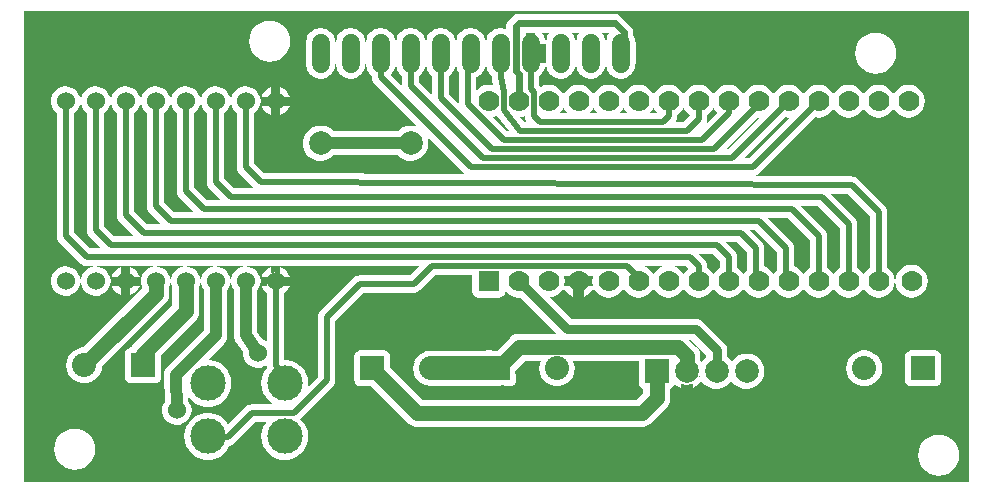
<source format=gtl>
G04 ---------------------------- Layer name :TOP LAYER*
G04 easyEDA 0.1*
G04 Scale: 100 percent, Rotated: No, Reflected: No *
G04 Dimensions in inches *
G04 leading zeros omitted , absolute positions ,2 integer and 4 * 
%FSLAX24Y24*%
%MOIN*%
G90*
G70D02*

%ADD11C,0.039370*%
%ADD12C,0.078740*%
%ADD13C,0.051181*%
%ADD14C,0.031496*%
%ADD15C,0.019685*%
%ADD16C,0.023620*%
%ADD17R,0.070000X0.070000*%
%ADD18C,0.070000*%
%ADD20R,0.080000X0.080000*%
%ADD21C,0.080000*%
%ADD23R,0.078740X0.078740*%
%ADD25C,0.060000*%
%ADD27C,0.118110*%

%LPD*%
G36*
G01X0Y0D02*
G01X0Y15700D01*
G01X31496Y15700D01*
G01X31496Y0D01*
G01X0Y0D01*
G37*

%LPC*%
G36*
G01X1700Y411D02*
G01X1853Y430D01*
G01X1997Y480D01*
G01X2127Y561D01*
G01X2238Y671D01*
G01X2319Y801D01*
G01X2369Y946D01*
G01X2388Y1100D01*
G01X2369Y1253D01*
G01X2319Y1398D01*
G01X2238Y1528D01*
G01X2127Y1638D01*
G01X1997Y1719D01*
G01X1853Y1769D01*
G01X1700Y1788D01*
G01X1546Y1769D01*
G01X1402Y1719D01*
G01X1272Y1638D01*
G01X1161Y1528D01*
G01X1080Y1398D01*
G01X1030Y1253D01*
G01X1011Y1100D01*
G01X1030Y946D01*
G01X1080Y801D01*
G01X1161Y671D01*
G01X1272Y561D01*
G01X1402Y480D01*
G01X1546Y430D01*
G01X1700Y411D01*
G37*
G36*
G01X8200Y14011D02*
G01X8353Y14030D01*
G01X8497Y14080D01*
G01X8627Y14161D01*
G01X8738Y14271D01*
G01X8819Y14401D01*
G01X8869Y14546D01*
G01X8888Y14700D01*
G01X8869Y14853D01*
G01X8819Y14998D01*
G01X8738Y15128D01*
G01X8627Y15238D01*
G01X8497Y15319D01*
G01X8353Y15369D01*
G01X8200Y15388D01*
G01X8046Y15369D01*
G01X7902Y15319D01*
G01X7772Y15238D01*
G01X7661Y15128D01*
G01X7580Y14998D01*
G01X7530Y14853D01*
G01X7511Y14700D01*
G01X7530Y14546D01*
G01X7580Y14401D01*
G01X7661Y14271D01*
G01X7772Y14161D01*
G01X7902Y14080D01*
G01X8046Y14030D01*
G01X8200Y14011D01*
G37*
G36*
G01X28400Y13611D02*
G01X28553Y13630D01*
G01X28697Y13680D01*
G01X28827Y13761D01*
G01X28938Y13871D01*
G01X29019Y14001D01*
G01X29069Y14146D01*
G01X29088Y14300D01*
G01X29069Y14453D01*
G01X29019Y14598D01*
G01X28938Y14728D01*
G01X28827Y14838D01*
G01X28697Y14919D01*
G01X28553Y14969D01*
G01X28400Y14988D01*
G01X28246Y14969D01*
G01X28102Y14919D01*
G01X27972Y14838D01*
G01X27861Y14728D01*
G01X27780Y14598D01*
G01X27730Y14453D01*
G01X27711Y14300D01*
G01X27730Y14146D01*
G01X27780Y14001D01*
G01X27861Y13871D01*
G01X27972Y13761D01*
G01X28102Y13680D01*
G01X28246Y13630D01*
G01X28400Y13611D01*
G37*
G36*
G01X5065Y1905D02*
G01X5200Y1913D01*
G01X5327Y1959D01*
G01X5438Y2038D01*
G01X5523Y2142D01*
G01X5577Y2265D01*
G01X5596Y2400D01*
G01X5577Y2534D01*
G01X5523Y2657D01*
G01X5484Y2707D01*
G01X5477Y2884D01*
G01X5503Y2838D01*
G01X5614Y2715D01*
G01X5746Y2619D01*
G01X5897Y2551D01*
G01X6057Y2517D01*
G01X6222Y2517D01*
G01X6381Y2551D01*
G01X6534Y2619D01*
G01X6665Y2715D01*
G01X6776Y2838D01*
G01X6857Y2980D01*
G01X6907Y3136D01*
G01X6926Y3300D01*
G01X6907Y3463D01*
G01X6857Y3619D01*
G01X6776Y3761D01*
G01X6665Y3884D01*
G01X6534Y3980D01*
G01X6381Y4048D01*
G01X6222Y4082D01*
G01X6135Y4082D01*
G01X6676Y4621D01*
G01X6715Y4669D01*
G01X6750Y4721D01*
G01X6772Y4778D01*
G01X6788Y4838D01*
G01X6792Y4900D01*
G01X6792Y6403D01*
G01X6823Y6442D01*
G01X6877Y6565D01*
G01X6896Y6700D01*
G01X6877Y6834D01*
G01X6823Y6957D01*
G01X6738Y7061D01*
G01X6627Y7140D01*
G01X6500Y7186D01*
G01X6365Y7194D01*
G01X6234Y7167D01*
G01X6114Y7105D01*
G01X6015Y7013D01*
G01X5946Y6898D01*
G01X5907Y6767D01*
G01X5907Y6632D01*
G01X5946Y6501D01*
G01X6007Y6400D01*
G01X6007Y5061D01*
G01X4789Y3846D01*
G01X4747Y3796D01*
G01X4714Y3742D01*
G01X4692Y3682D01*
G01X4677Y3619D01*
G01X4673Y3555D01*
G01X4700Y2686D01*
G01X4646Y2598D01*
G01X4607Y2467D01*
G01X4607Y2332D01*
G01X4646Y2201D01*
G01X4715Y2086D01*
G01X4814Y1994D01*
G01X4934Y1932D01*
G01X5065Y1905D01*
G37*
G36*
G01X9892Y13453D02*
G01X9907Y13453D01*
G01X9922Y13455D01*
G01X9938Y13457D01*
G01X10052Y13480D01*
G01X10065Y13484D01*
G01X10081Y13488D01*
G01X10096Y13494D01*
G01X10123Y13509D01*
G01X10222Y13576D01*
G01X10234Y13584D01*
G01X10246Y13594D01*
G01X10256Y13603D01*
G01X10265Y13615D01*
G01X10273Y13628D01*
G01X10339Y13726D01*
G01X10356Y13753D01*
G01X10361Y13767D01*
G01X10365Y13784D01*
G01X10369Y13798D01*
G01X10392Y13911D01*
G01X10393Y13919D01*
G01X10393Y13928D01*
G01X10396Y13936D01*
G01X10396Y14663D01*
G01X10393Y14671D01*
G01X10393Y14680D01*
G01X10392Y14688D01*
G01X10369Y14801D01*
G01X10365Y14815D01*
G01X10361Y14832D01*
G01X10356Y14846D01*
G01X10339Y14873D01*
G01X10273Y14971D01*
G01X10265Y14984D01*
G01X10256Y14996D01*
G01X10246Y15005D01*
G01X10234Y15015D01*
G01X10222Y15023D01*
G01X10123Y15090D01*
G01X10096Y15105D01*
G01X10081Y15111D01*
G01X10065Y15115D01*
G01X10052Y15119D01*
G01X9938Y15142D01*
G01X9922Y15144D01*
G01X9907Y15146D01*
G01X9892Y15146D01*
G01X9864Y15142D01*
G01X9747Y15119D01*
G01X9715Y15111D01*
G01X9702Y15105D01*
G01X9685Y15098D01*
G01X9672Y15090D01*
G01X9576Y15023D01*
G01X9565Y15013D01*
G01X9553Y15005D01*
G01X9543Y14994D01*
G01X9534Y14984D01*
G01X9526Y14971D01*
G01X9460Y14873D01*
G01X9443Y14846D01*
G01X9438Y14832D01*
G01X9434Y14815D01*
G01X9430Y14801D01*
G01X9407Y14688D01*
G01X9406Y14680D01*
G01X9406Y14671D01*
G01X9403Y14663D01*
G01X9403Y13936D01*
G01X9406Y13928D01*
G01X9406Y13919D01*
G01X9407Y13911D01*
G01X9430Y13798D01*
G01X9434Y13784D01*
G01X9438Y13767D01*
G01X9443Y13753D01*
G01X9460Y13726D01*
G01X9526Y13628D01*
G01X9534Y13615D01*
G01X9543Y13605D01*
G01X9553Y13594D01*
G01X9565Y13586D01*
G01X9576Y13576D01*
G01X9672Y13509D01*
G01X9685Y13501D01*
G01X9702Y13494D01*
G01X9715Y13488D01*
G01X9747Y13480D01*
G01X9864Y13457D01*
G01X9892Y13453D01*
G37*
G36*
G01X10892Y13453D02*
G01X10907Y13453D01*
G01X10922Y13455D01*
G01X10938Y13457D01*
G01X11052Y13480D01*
G01X11065Y13484D01*
G01X11081Y13488D01*
G01X11096Y13494D01*
G01X11123Y13509D01*
G01X11222Y13576D01*
G01X11234Y13584D01*
G01X11246Y13594D01*
G01X11256Y13603D01*
G01X11265Y13615D01*
G01X11273Y13628D01*
G01X11339Y13726D01*
G01X11356Y13753D01*
G01X11361Y13767D01*
G01X11365Y13784D01*
G01X11369Y13798D01*
G01X11392Y13911D01*
G01X11393Y13919D01*
G01X11393Y13928D01*
G01X11396Y13936D01*
G01X11396Y14663D01*
G01X11393Y14671D01*
G01X11393Y14680D01*
G01X11392Y14688D01*
G01X11369Y14801D01*
G01X11365Y14815D01*
G01X11361Y14832D01*
G01X11356Y14846D01*
G01X11339Y14873D01*
G01X11273Y14971D01*
G01X11265Y14984D01*
G01X11256Y14996D01*
G01X11246Y15005D01*
G01X11234Y15015D01*
G01X11222Y15023D01*
G01X11123Y15090D01*
G01X11096Y15105D01*
G01X11081Y15111D01*
G01X11065Y15115D01*
G01X11052Y15119D01*
G01X10938Y15142D01*
G01X10922Y15144D01*
G01X10907Y15146D01*
G01X10892Y15146D01*
G01X10864Y15142D01*
G01X10747Y15119D01*
G01X10715Y15111D01*
G01X10702Y15105D01*
G01X10685Y15098D01*
G01X10672Y15090D01*
G01X10576Y15023D01*
G01X10565Y15013D01*
G01X10553Y15005D01*
G01X10543Y14994D01*
G01X10534Y14984D01*
G01X10526Y14971D01*
G01X10460Y14873D01*
G01X10443Y14846D01*
G01X10438Y14832D01*
G01X10434Y14815D01*
G01X10430Y14801D01*
G01X10407Y14688D01*
G01X10406Y14680D01*
G01X10406Y14671D01*
G01X10403Y14663D01*
G01X10403Y13936D01*
G01X10406Y13928D01*
G01X10406Y13919D01*
G01X10407Y13911D01*
G01X10430Y13798D01*
G01X10434Y13784D01*
G01X10438Y13767D01*
G01X10443Y13753D01*
G01X10460Y13726D01*
G01X10526Y13628D01*
G01X10534Y13615D01*
G01X10543Y13605D01*
G01X10553Y13594D01*
G01X10565Y13586D01*
G01X10576Y13576D01*
G01X10672Y13509D01*
G01X10685Y13501D01*
G01X10702Y13494D01*
G01X10715Y13488D01*
G01X10747Y13480D01*
G01X10864Y13457D01*
G01X10892Y13453D01*
G37*
G36*
G01X7931Y12850D02*
G01X8250Y12850D01*
G01X8250Y13171D01*
G01X8234Y13167D01*
G01X8114Y13105D01*
G01X8015Y13013D01*
G01X7946Y12898D01*
G01X7931Y12850D01*
G37*
G36*
G01X8550Y12850D02*
G01X8872Y12850D01*
G01X8823Y12957D01*
G01X8738Y13061D01*
G01X8627Y13140D01*
G01X8550Y13167D01*
G01X8550Y12850D01*
G37*
G36*
G01X8550Y12232D02*
G01X8627Y12259D01*
G01X8738Y12338D01*
G01X8823Y12442D01*
G01X8872Y12550D01*
G01X8550Y12550D01*
G01X8550Y12232D01*
G37*
G36*
G01X8250Y12228D02*
G01X8250Y12550D01*
G01X7931Y12550D01*
G01X7946Y12501D01*
G01X8015Y12386D01*
G01X8114Y12294D01*
G01X8234Y12232D01*
G01X8250Y12228D01*
G37*
G36*
G01X30500Y211D02*
G01X30653Y230D01*
G01X30797Y280D01*
G01X30927Y361D01*
G01X31038Y471D01*
G01X31119Y601D01*
G01X31169Y746D01*
G01X31188Y900D01*
G01X31169Y1053D01*
G01X31119Y1198D01*
G01X31038Y1328D01*
G01X30927Y1438D01*
G01X30797Y1519D01*
G01X30653Y1569D01*
G01X30500Y1588D01*
G01X30346Y1569D01*
G01X30202Y1519D01*
G01X30072Y1438D01*
G01X29961Y1328D01*
G01X29880Y1198D01*
G01X29830Y1053D01*
G01X29811Y900D01*
G01X29830Y746D01*
G01X29880Y601D01*
G01X29961Y471D01*
G01X30072Y361D01*
G01X30202Y280D01*
G01X30346Y230D01*
G01X30500Y211D01*
G37*
G36*
G01X1947Y3307D02*
G01X2092Y3307D01*
G01X2231Y3342D01*
G01X2357Y3409D01*
G01X2465Y3503D01*
G01X2547Y3623D01*
G01X2597Y3757D01*
G01X2610Y3850D01*
G01X4719Y5959D01*
G01X4765Y6013D01*
G01X4802Y6073D01*
G01X4830Y6140D01*
G01X4846Y6209D01*
G01X4852Y6280D01*
G01X4852Y6505D01*
G01X4877Y6565D01*
G01X4896Y6700D01*
G01X4877Y6834D01*
G01X4823Y6957D01*
G01X4738Y7061D01*
G01X4627Y7140D01*
G01X4500Y7186D01*
G01X4365Y7194D01*
G01X4234Y7167D01*
G01X4114Y7105D01*
G01X4015Y7013D01*
G01X3946Y6898D01*
G01X3907Y6767D01*
G01X3907Y6632D01*
G01X3946Y6501D01*
G01X3947Y6498D01*
G01X3947Y6467D01*
G01X1972Y4492D01*
G01X1947Y4492D01*
G01X1807Y4457D01*
G01X1681Y4390D01*
G01X1573Y4296D01*
G01X1492Y4176D01*
G01X1442Y4042D01*
G01X1423Y3900D01*
G01X1442Y3757D01*
G01X1492Y3623D01*
G01X1573Y3503D01*
G01X1681Y3409D01*
G01X1807Y3342D01*
G01X1947Y3307D01*
G37*
G36*
G01X6061Y746D02*
G01X6226Y746D01*
G01X6385Y780D01*
G01X6538Y848D01*
G01X6669Y944D01*
G01X6780Y1065D01*
G01X6861Y1207D01*
G01X6864Y1213D01*
G01X6888Y1219D01*
G01X6931Y1238D01*
G01X6972Y1261D01*
G01X7007Y1292D01*
G01X7722Y2005D01*
G01X8077Y2005D01*
G01X8064Y1990D01*
G01X7981Y1848D01*
G01X7931Y1692D01*
G01X7914Y1528D01*
G01X7931Y1363D01*
G01X7981Y1207D01*
G01X8064Y1065D01*
G01X8173Y944D01*
G01X8306Y848D01*
G01X8457Y780D01*
G01X8618Y746D01*
G01X8781Y746D01*
G01X8942Y780D01*
G01X9093Y848D01*
G01X9226Y944D01*
G01X9335Y1065D01*
G01X9418Y1207D01*
G01X9468Y1363D01*
G01X9485Y1528D01*
G01X9468Y1692D01*
G01X9418Y1848D01*
G01X9335Y1990D01*
G01X9226Y2109D01*
G01X10307Y3192D01*
G01X10338Y3228D01*
G01X10361Y3265D01*
G01X10380Y3309D01*
G01X10389Y3353D01*
G01X10393Y3400D01*
G01X10393Y5378D01*
G01X11322Y6305D01*
G01X13000Y6305D01*
G01X13111Y6328D01*
G01X13207Y6392D01*
G01X13722Y6905D01*
G01X14953Y6905D01*
G01X14953Y6350D01*
G01X14964Y6290D01*
G01X14992Y6234D01*
G01X15034Y6192D01*
G01X15089Y6163D01*
G01X15150Y6153D01*
G01X15850Y6153D01*
G01X15910Y6163D01*
G01X15965Y6192D01*
G01X16007Y6234D01*
G01X16035Y6290D01*
G01X16046Y6350D01*
G01X16046Y6403D01*
G01X16114Y6313D01*
G01X16227Y6228D01*
G01X16357Y6171D01*
G01X16500Y6153D01*
G01X16539Y6159D01*
G01X17747Y4951D01*
G01X16519Y4951D01*
G01X16450Y4946D01*
G01X16380Y4930D01*
G01X16314Y4901D01*
G01X16253Y4865D01*
G01X16200Y4819D01*
G01X15769Y4390D01*
G01X15619Y4390D01*
G01X15619Y4396D01*
G01X15419Y4396D01*
G01X15384Y4390D01*
G01X13580Y4390D01*
G01X13427Y4369D01*
G01X13380Y4350D01*
G01X13380Y4359D01*
G01X13368Y4357D01*
G01X13242Y4290D01*
G01X13134Y4196D01*
G01X13052Y4076D01*
G01X13023Y4000D01*
G01X13030Y4000D01*
G01X13010Y3951D01*
G01X12989Y3800D01*
G01X13010Y3648D01*
G01X13030Y3600D01*
G01X13023Y3600D01*
G01X13052Y3523D01*
G01X13134Y3403D01*
G01X13242Y3309D01*
G01X13368Y3242D01*
G01X13380Y3240D01*
G01X13380Y3250D01*
G01X13427Y3230D01*
G01X13580Y3209D01*
G01X15384Y3209D01*
G01X15419Y3203D01*
G01X15619Y3203D01*
G01X15619Y3209D01*
G01X15819Y3209D01*
G01X15972Y3230D01*
G01X16019Y3250D01*
G01X16019Y3203D01*
G01X16219Y3203D01*
G01X16280Y3213D01*
G01X16335Y3242D01*
G01X16377Y3284D01*
G01X16406Y3340D01*
G01X16415Y3400D01*
G01X16415Y3600D01*
G01X16369Y3600D01*
G01X16389Y3648D01*
G01X16402Y3742D01*
G01X16707Y4048D01*
G01X17242Y4048D01*
G01X17202Y3942D01*
G01X17184Y3800D01*
G01X17202Y3657D01*
G01X17252Y3523D01*
G01X17334Y3403D01*
G01X17442Y3309D01*
G01X17568Y3242D01*
G01X17707Y3207D01*
G01X17852Y3207D01*
G01X17992Y3242D01*
G01X18118Y3309D01*
G01X18226Y3403D01*
G01X18307Y3523D01*
G01X18357Y3657D01*
G01X18376Y3800D01*
G01X18357Y3942D01*
G01X18318Y4048D01*
G01X20510Y4048D01*
G01X20510Y3307D01*
G01X20519Y3248D01*
G01X20547Y3192D01*
G01X20589Y3150D01*
G01X20646Y3121D01*
G01X20647Y3121D01*
G01X20647Y2988D01*
G01X20411Y2751D01*
G01X13307Y2751D01*
G01X12215Y3844D01*
G01X12215Y4200D01*
G01X12206Y4259D01*
G01X12177Y4315D01*
G01X12135Y4357D01*
G01X12080Y4386D01*
G01X12019Y4396D01*
G01X11219Y4396D01*
G01X11160Y4386D01*
G01X11103Y4357D01*
G01X11061Y4315D01*
G01X11034Y4259D01*
G01X11023Y4200D01*
G01X11023Y3400D01*
G01X11034Y3340D01*
G01X11061Y3284D01*
G01X11103Y3242D01*
G01X11160Y3213D01*
G01X11219Y3203D01*
G01X11576Y3203D01*
G01X12800Y1980D01*
G01X12853Y1934D01*
G01X12914Y1898D01*
G01X12980Y1869D01*
G01X13050Y1853D01*
G01X13119Y1848D01*
G01X20600Y1848D01*
G01X20669Y1853D01*
G01X20739Y1869D01*
G01X20806Y1898D01*
G01X20865Y1934D01*
G01X20919Y1980D01*
G01X21419Y2480D01*
G01X21465Y2534D01*
G01X21502Y2594D01*
G01X21530Y2659D01*
G01X21546Y2730D01*
G01X21552Y2800D01*
G01X21552Y3121D01*
G01X21607Y3150D01*
G01X21650Y3192D01*
G01X21677Y3248D01*
G01X21684Y3288D01*
G01X21723Y3246D01*
G01X21847Y3165D01*
G01X21903Y3148D01*
G01X21903Y3298D01*
G01X21960Y3269D01*
G01X22100Y3248D01*
G01X22239Y3269D01*
G01X22296Y3298D01*
G01X22296Y3144D01*
G01X22415Y3201D01*
G01X22530Y3296D01*
G01X22600Y3392D01*
G01X22622Y3353D01*
G01X22723Y3246D01*
G01X22847Y3165D01*
G01X22989Y3119D01*
G01X23138Y3111D01*
G01X23281Y3138D01*
G01X23415Y3201D01*
G01X23530Y3296D01*
G01X23600Y3392D01*
G01X23622Y3353D01*
G01X23723Y3246D01*
G01X23847Y3165D01*
G01X23989Y3119D01*
G01X24138Y3111D01*
G01X24281Y3138D01*
G01X24415Y3201D01*
G01X24530Y3296D01*
G01X24618Y3415D01*
G01X24672Y3553D01*
G01X24689Y3700D01*
G01X24672Y3846D01*
G01X24618Y3984D01*
G01X24530Y4103D01*
G01X24415Y4198D01*
G01X24281Y4261D01*
G01X24138Y4288D01*
G01X23989Y4280D01*
G01X23847Y4234D01*
G01X23723Y4153D01*
G01X23622Y4046D01*
G01X23600Y4007D01*
G01X23530Y4103D01*
G01X23453Y4165D01*
G01X23453Y4400D01*
G01X23450Y4455D01*
G01X23435Y4509D01*
G01X23415Y4559D01*
G01X23385Y4607D01*
G01X23350Y4650D01*
G01X22650Y5350D01*
G01X22607Y5386D01*
G01X22560Y5415D01*
G01X22510Y5436D01*
G01X22456Y5450D01*
G01X22400Y5453D01*
G01X18246Y5453D01*
G01X17539Y6159D01*
G01X17642Y6171D01*
G01X17773Y6228D01*
G01X17885Y6313D01*
G01X17972Y6428D01*
G01X18000Y6494D01*
G01X18027Y6428D01*
G01X18114Y6313D01*
G01X18227Y6228D01*
G01X18326Y6186D01*
G01X18326Y6526D01*
G01X18014Y6526D01*
G01X18027Y6557D01*
G01X18046Y6700D01*
G01X18027Y6842D01*
G01X18014Y6873D01*
G01X18326Y6873D01*
G01X18326Y6905D01*
G01X18673Y6905D01*
G01X18673Y6873D01*
G01X18985Y6873D01*
G01X18972Y6842D01*
G01X18953Y6700D01*
G01X18972Y6557D01*
G01X18985Y6526D01*
G01X18673Y6526D01*
G01X18673Y6186D01*
G01X18773Y6228D01*
G01X18885Y6313D01*
G01X18972Y6428D01*
G01X19000Y6494D01*
G01X19027Y6428D01*
G01X19114Y6313D01*
G01X19227Y6228D01*
G01X19357Y6171D01*
G01X19500Y6153D01*
G01X19642Y6171D01*
G01X19773Y6228D01*
G01X19885Y6313D01*
G01X19972Y6428D01*
G01X20000Y6492D01*
G01X20027Y6428D01*
G01X20114Y6313D01*
G01X20227Y6228D01*
G01X20357Y6171D01*
G01X20500Y6153D01*
G01X20642Y6171D01*
G01X20773Y6228D01*
G01X20885Y6313D01*
G01X20972Y6428D01*
G01X21000Y6492D01*
G01X21027Y6428D01*
G01X21114Y6313D01*
G01X21227Y6228D01*
G01X21357Y6171D01*
G01X21500Y6153D01*
G01X21642Y6171D01*
G01X21773Y6228D01*
G01X21885Y6313D01*
G01X21972Y6428D01*
G01X22000Y6492D01*
G01X22027Y6428D01*
G01X22114Y6313D01*
G01X22227Y6228D01*
G01X22357Y6171D01*
G01X22500Y6153D01*
G01X22642Y6171D01*
G01X22773Y6228D01*
G01X22885Y6313D01*
G01X22972Y6428D01*
G01X23000Y6492D01*
G01X23027Y6428D01*
G01X23114Y6313D01*
G01X23227Y6228D01*
G01X23357Y6171D01*
G01X23500Y6153D01*
G01X23642Y6171D01*
G01X23773Y6228D01*
G01X23885Y6313D01*
G01X23972Y6428D01*
G01X24000Y6492D01*
G01X24027Y6428D01*
G01X24114Y6313D01*
G01X24227Y6228D01*
G01X24357Y6171D01*
G01X24500Y6153D01*
G01X24642Y6171D01*
G01X24773Y6228D01*
G01X24885Y6313D01*
G01X24972Y6428D01*
G01X25000Y6492D01*
G01X25027Y6428D01*
G01X25114Y6313D01*
G01X25227Y6228D01*
G01X25357Y6171D01*
G01X25500Y6153D01*
G01X25642Y6171D01*
G01X25773Y6228D01*
G01X25885Y6313D01*
G01X25972Y6428D01*
G01X26000Y6492D01*
G01X26027Y6428D01*
G01X26114Y6313D01*
G01X26227Y6228D01*
G01X26357Y6171D01*
G01X26500Y6153D01*
G01X26642Y6171D01*
G01X26773Y6228D01*
G01X26885Y6313D01*
G01X26972Y6428D01*
G01X27000Y6492D01*
G01X27027Y6428D01*
G01X27114Y6313D01*
G01X27227Y6228D01*
G01X27357Y6171D01*
G01X27500Y6153D01*
G01X27642Y6171D01*
G01X27773Y6228D01*
G01X27885Y6313D01*
G01X27972Y6428D01*
G01X28000Y6492D01*
G01X28027Y6428D01*
G01X28114Y6313D01*
G01X28227Y6228D01*
G01X28357Y6171D01*
G01X28500Y6153D01*
G01X28642Y6171D01*
G01X28773Y6228D01*
G01X28885Y6313D01*
G01X28972Y6428D01*
G01X29027Y6557D01*
G01X29046Y6700D01*
G01X29027Y6842D01*
G01X28972Y6973D01*
G01X28885Y7086D01*
G01X28793Y7155D01*
G01X28793Y9000D01*
G01X28789Y9046D01*
G01X28780Y9090D01*
G01X28761Y9134D01*
G01X28738Y9171D01*
G01X28707Y9207D01*
G01X27807Y10107D01*
G01X27773Y10138D01*
G01X27734Y10161D01*
G01X27692Y10180D01*
G01X27647Y10190D01*
G01X27602Y10194D01*
G01X24347Y10209D01*
G01X24389Y10219D01*
G01X24434Y10238D01*
G01X24472Y10261D01*
G01X24507Y10292D01*
G01X26384Y12167D01*
G01X26500Y12153D01*
G01X26642Y12171D01*
G01X26773Y12228D01*
G01X26885Y12313D01*
G01X26972Y12428D01*
G01X27000Y12492D01*
G01X27027Y12428D01*
G01X27114Y12313D01*
G01X27227Y12228D01*
G01X27357Y12171D01*
G01X27500Y12153D01*
G01X27642Y12171D01*
G01X27773Y12228D01*
G01X27885Y12313D01*
G01X27972Y12428D01*
G01X28000Y12492D01*
G01X28027Y12428D01*
G01X28114Y12313D01*
G01X28227Y12228D01*
G01X28357Y12171D01*
G01X28500Y12153D01*
G01X28642Y12171D01*
G01X28773Y12228D01*
G01X28885Y12313D01*
G01X28972Y12428D01*
G01X29000Y12492D01*
G01X29027Y12428D01*
G01X29114Y12313D01*
G01X29227Y12228D01*
G01X29357Y12171D01*
G01X29500Y12153D01*
G01X29642Y12171D01*
G01X29773Y12228D01*
G01X29885Y12313D01*
G01X29972Y12428D01*
G01X30027Y12557D01*
G01X30046Y12700D01*
G01X30027Y12842D01*
G01X29972Y12973D01*
G01X29885Y13086D01*
G01X29772Y13171D01*
G01X29642Y13228D01*
G01X29500Y13246D01*
G01X29357Y13228D01*
G01X29227Y13171D01*
G01X29114Y13086D01*
G01X29027Y12973D01*
G01X29000Y12907D01*
G01X28972Y12973D01*
G01X28885Y13086D01*
G01X28772Y13171D01*
G01X28642Y13228D01*
G01X28500Y13246D01*
G01X28357Y13228D01*
G01X28227Y13171D01*
G01X28114Y13086D01*
G01X28027Y12973D01*
G01X28000Y12907D01*
G01X27972Y12973D01*
G01X27885Y13086D01*
G01X27772Y13171D01*
G01X27642Y13228D01*
G01X27500Y13246D01*
G01X27357Y13228D01*
G01X27227Y13171D01*
G01X27114Y13086D01*
G01X27027Y12973D01*
G01X27000Y12907D01*
G01X26972Y12973D01*
G01X26885Y13086D01*
G01X26772Y13171D01*
G01X26642Y13228D01*
G01X26500Y13246D01*
G01X26357Y13228D01*
G01X26227Y13171D01*
G01X26114Y13086D01*
G01X26027Y12973D01*
G01X26000Y12907D01*
G01X25972Y12973D01*
G01X25885Y13086D01*
G01X25772Y13171D01*
G01X25642Y13228D01*
G01X25500Y13246D01*
G01X25357Y13228D01*
G01X25227Y13171D01*
G01X25114Y13086D01*
G01X25027Y12973D01*
G01X25000Y12907D01*
G01X24972Y12973D01*
G01X24885Y13086D01*
G01X24772Y13171D01*
G01X24642Y13228D01*
G01X24500Y13246D01*
G01X24357Y13228D01*
G01X24227Y13171D01*
G01X24114Y13086D01*
G01X24027Y12973D01*
G01X24000Y12907D01*
G01X23972Y12973D01*
G01X23885Y13086D01*
G01X23772Y13171D01*
G01X23642Y13228D01*
G01X23500Y13246D01*
G01X23357Y13228D01*
G01X23227Y13171D01*
G01X23114Y13086D01*
G01X23027Y12973D01*
G01X23000Y12907D01*
G01X22972Y12973D01*
G01X22885Y13086D01*
G01X22772Y13171D01*
G01X22642Y13228D01*
G01X22500Y13246D01*
G01X22357Y13228D01*
G01X22227Y13171D01*
G01X22114Y13086D01*
G01X22027Y12973D01*
G01X22000Y12907D01*
G01X21972Y12973D01*
G01X21885Y13086D01*
G01X21772Y13171D01*
G01X21642Y13228D01*
G01X21500Y13246D01*
G01X21357Y13228D01*
G01X21227Y13171D01*
G01X21114Y13086D01*
G01X21027Y12973D01*
G01X21000Y12907D01*
G01X20972Y12973D01*
G01X20885Y13086D01*
G01X20772Y13171D01*
G01X20642Y13228D01*
G01X20500Y13246D01*
G01X20357Y13228D01*
G01X20227Y13171D01*
G01X20114Y13086D01*
G01X20027Y12973D01*
G01X20000Y12907D01*
G01X19972Y12973D01*
G01X19885Y13086D01*
G01X19772Y13171D01*
G01X19642Y13228D01*
G01X19500Y13246D01*
G01X19357Y13228D01*
G01X19227Y13171D01*
G01X19114Y13086D01*
G01X19027Y12973D01*
G01X19000Y12907D01*
G01X18972Y12973D01*
G01X18885Y13086D01*
G01X18772Y13171D01*
G01X18642Y13228D01*
G01X18500Y13246D01*
G01X18357Y13228D01*
G01X18227Y13171D01*
G01X18114Y13086D01*
G01X18027Y12973D01*
G01X18000Y12907D01*
G01X17972Y12973D01*
G01X17885Y13086D01*
G01X17772Y13171D01*
G01X17642Y13228D01*
G01X17500Y13246D01*
G01X17357Y13228D01*
G01X17235Y13176D01*
G01X17207Y13207D01*
G01X17193Y13221D01*
G01X17193Y13557D01*
G01X17222Y13576D01*
G01X17234Y13584D01*
G01X17246Y13594D01*
G01X17256Y13603D01*
G01X17265Y13615D01*
G01X17273Y13628D01*
G01X17339Y13726D01*
G01X17356Y13753D01*
G01X17361Y13767D01*
G01X17365Y13784D01*
G01X17369Y13798D01*
G01X17392Y13911D01*
G01X17393Y13919D01*
G01X17393Y13928D01*
G01X17396Y13936D01*
G01X17396Y13976D01*
G01X17193Y13976D01*
G01X17193Y14300D01*
G01X17172Y14411D01*
G01X17107Y14507D01*
G01X17011Y14571D01*
G01X16900Y14594D01*
G01X16788Y14571D01*
G01X16714Y14521D01*
G01X16714Y14623D01*
G01X16750Y14623D01*
G01X16750Y14986D01*
G01X17050Y14986D01*
G01X17050Y14623D01*
G01X17396Y14623D01*
G01X17396Y14663D01*
G01X17393Y14671D01*
G01X17393Y14680D01*
G01X17392Y14688D01*
G01X17369Y14801D01*
G01X17365Y14815D01*
G01X17361Y14832D01*
G01X17356Y14846D01*
G01X17339Y14873D01*
G01X17273Y14971D01*
G01X17265Y14984D01*
G01X17264Y14986D01*
G01X17535Y14986D01*
G01X17534Y14984D01*
G01X17526Y14971D01*
G01X17460Y14873D01*
G01X17443Y14846D01*
G01X17438Y14832D01*
G01X17434Y14815D01*
G01X17430Y14801D01*
G01X17407Y14688D01*
G01X17406Y14680D01*
G01X17406Y14671D01*
G01X17403Y14663D01*
G01X17403Y13936D01*
G01X17406Y13928D01*
G01X17406Y13919D01*
G01X17407Y13911D01*
G01X17430Y13798D01*
G01X17434Y13784D01*
G01X17438Y13767D01*
G01X17443Y13753D01*
G01X17460Y13726D01*
G01X17526Y13628D01*
G01X17534Y13615D01*
G01X17543Y13605D01*
G01X17553Y13594D01*
G01X17565Y13586D01*
G01X17576Y13576D01*
G01X17672Y13509D01*
G01X17685Y13501D01*
G01X17702Y13494D01*
G01X17715Y13488D01*
G01X17747Y13480D01*
G01X17864Y13457D01*
G01X17892Y13453D01*
G01X17907Y13453D01*
G01X17922Y13455D01*
G01X17938Y13457D01*
G01X18052Y13480D01*
G01X18065Y13484D01*
G01X18081Y13488D01*
G01X18096Y13494D01*
G01X18123Y13509D01*
G01X18222Y13576D01*
G01X18234Y13584D01*
G01X18246Y13594D01*
G01X18256Y13603D01*
G01X18265Y13615D01*
G01X18273Y13628D01*
G01X18339Y13726D01*
G01X18356Y13753D01*
G01X18361Y13767D01*
G01X18365Y13784D01*
G01X18369Y13798D01*
G01X18392Y13911D01*
G01X18393Y13919D01*
G01X18393Y13928D01*
G01X18396Y13936D01*
G01X18396Y14663D01*
G01X18393Y14671D01*
G01X18393Y14680D01*
G01X18392Y14688D01*
G01X18369Y14801D01*
G01X18365Y14815D01*
G01X18361Y14832D01*
G01X18356Y14846D01*
G01X18339Y14873D01*
G01X18273Y14971D01*
G01X18265Y14984D01*
G01X18264Y14986D01*
G01X18535Y14986D01*
G01X18534Y14984D01*
G01X18526Y14971D01*
G01X18460Y14873D01*
G01X18443Y14846D01*
G01X18438Y14832D01*
G01X18434Y14815D01*
G01X18430Y14801D01*
G01X18407Y14688D01*
G01X18406Y14680D01*
G01X18406Y14671D01*
G01X18403Y14663D01*
G01X18403Y13936D01*
G01X18406Y13928D01*
G01X18406Y13919D01*
G01X18407Y13911D01*
G01X18430Y13798D01*
G01X18434Y13784D01*
G01X18438Y13767D01*
G01X18443Y13753D01*
G01X18460Y13726D01*
G01X18526Y13628D01*
G01X18534Y13615D01*
G01X18543Y13605D01*
G01X18553Y13594D01*
G01X18565Y13586D01*
G01X18576Y13576D01*
G01X18672Y13509D01*
G01X18685Y13501D01*
G01X18702Y13494D01*
G01X18715Y13488D01*
G01X18747Y13480D01*
G01X18864Y13457D01*
G01X18892Y13453D01*
G01X18907Y13453D01*
G01X18922Y13455D01*
G01X18938Y13457D01*
G01X19052Y13480D01*
G01X19065Y13484D01*
G01X19081Y13488D01*
G01X19096Y13494D01*
G01X19123Y13509D01*
G01X19222Y13576D01*
G01X19234Y13584D01*
G01X19246Y13594D01*
G01X19256Y13603D01*
G01X19265Y13615D01*
G01X19273Y13628D01*
G01X19339Y13726D01*
G01X19356Y13753D01*
G01X19361Y13767D01*
G01X19365Y13784D01*
G01X19369Y13798D01*
G01X19392Y13911D01*
G01X19393Y13919D01*
G01X19393Y13928D01*
G01X19396Y13936D01*
G01X19396Y14663D01*
G01X19393Y14671D01*
G01X19393Y14680D01*
G01X19392Y14688D01*
G01X19369Y14801D01*
G01X19365Y14815D01*
G01X19361Y14832D01*
G01X19356Y14846D01*
G01X19339Y14873D01*
G01X19273Y14971D01*
G01X19265Y14984D01*
G01X19264Y14986D01*
G01X19535Y14986D01*
G01X19534Y14984D01*
G01X19526Y14971D01*
G01X19460Y14873D01*
G01X19443Y14846D01*
G01X19438Y14832D01*
G01X19434Y14815D01*
G01X19430Y14801D01*
G01X19407Y14688D01*
G01X19406Y14680D01*
G01X19406Y14671D01*
G01X19403Y14663D01*
G01X19403Y13936D01*
G01X19406Y13928D01*
G01X19406Y13919D01*
G01X19407Y13911D01*
G01X19430Y13798D01*
G01X19434Y13784D01*
G01X19438Y13767D01*
G01X19443Y13753D01*
G01X19460Y13726D01*
G01X19526Y13628D01*
G01X19534Y13615D01*
G01X19543Y13605D01*
G01X19553Y13594D01*
G01X19565Y13586D01*
G01X19576Y13576D01*
G01X19672Y13509D01*
G01X19685Y13501D01*
G01X19702Y13494D01*
G01X19715Y13488D01*
G01X19747Y13480D01*
G01X19864Y13457D01*
G01X19892Y13453D01*
G01X19907Y13453D01*
G01X19922Y13455D01*
G01X19938Y13457D01*
G01X20052Y13480D01*
G01X20065Y13484D01*
G01X20081Y13488D01*
G01X20096Y13494D01*
G01X20123Y13509D01*
G01X20222Y13576D01*
G01X20234Y13584D01*
G01X20246Y13594D01*
G01X20256Y13603D01*
G01X20265Y13615D01*
G01X20273Y13628D01*
G01X20339Y13726D01*
G01X20356Y13753D01*
G01X20361Y13767D01*
G01X20365Y13784D01*
G01X20369Y13798D01*
G01X20392Y13911D01*
G01X20393Y13919D01*
G01X20393Y13928D01*
G01X20396Y13936D01*
G01X20396Y14663D01*
G01X20393Y14671D01*
G01X20393Y14680D01*
G01X20392Y14688D01*
G01X20369Y14801D01*
G01X20365Y14815D01*
G01X20361Y14832D01*
G01X20356Y14846D01*
G01X20339Y14873D01*
G01X20314Y14911D01*
G01X20314Y15000D01*
G01X20310Y15050D01*
G01X20297Y15098D01*
G01X20280Y15142D01*
G01X20253Y15184D01*
G01X20222Y15221D01*
G01X19922Y15521D01*
G01X19884Y15553D01*
G01X19842Y15580D01*
G01X19797Y15598D01*
G01X19750Y15609D01*
G01X19700Y15613D01*
G01X16500Y15613D01*
G01X16450Y15609D01*
G01X16402Y15598D01*
G01X16357Y15580D01*
G01X16315Y15553D01*
G01X16277Y15521D01*
G01X16177Y15421D01*
G01X16146Y15384D01*
G01X16119Y15342D01*
G01X16102Y15298D01*
G01X16089Y15250D01*
G01X16085Y15200D01*
G01X16085Y15109D01*
G01X16081Y15111D01*
G01X16065Y15115D01*
G01X16052Y15119D01*
G01X15938Y15142D01*
G01X15922Y15144D01*
G01X15907Y15146D01*
G01X15892Y15146D01*
G01X15864Y15142D01*
G01X15747Y15119D01*
G01X15715Y15111D01*
G01X15702Y15105D01*
G01X15685Y15098D01*
G01X15672Y15090D01*
G01X15576Y15023D01*
G01X15565Y15013D01*
G01X15553Y15005D01*
G01X15543Y14994D01*
G01X15534Y14984D01*
G01X15526Y14971D01*
G01X15460Y14873D01*
G01X15443Y14846D01*
G01X15438Y14832D01*
G01X15434Y14815D01*
G01X15430Y14801D01*
G01X15407Y14688D01*
G01X15406Y14680D01*
G01X15406Y14671D01*
G01X15403Y14663D01*
G01X15403Y13936D01*
G01X15406Y13928D01*
G01X15406Y13919D01*
G01X15407Y13911D01*
G01X15430Y13798D01*
G01X15434Y13784D01*
G01X15438Y13767D01*
G01X15443Y13753D01*
G01X15460Y13726D01*
G01X15526Y13628D01*
G01X15534Y13615D01*
G01X15543Y13605D01*
G01X15553Y13594D01*
G01X15565Y13586D01*
G01X15576Y13576D01*
G01X15606Y13555D01*
G01X15606Y13476D01*
G01X15607Y13465D01*
G01X15611Y13442D01*
G01X15656Y13221D01*
G01X15642Y13228D01*
G01X15500Y13246D01*
G01X15357Y13228D01*
G01X15227Y13171D01*
G01X15114Y13086D01*
G01X15093Y13059D01*
G01X15093Y13494D01*
G01X15096Y13494D01*
G01X15123Y13509D01*
G01X15222Y13576D01*
G01X15234Y13584D01*
G01X15246Y13594D01*
G01X15256Y13603D01*
G01X15265Y13615D01*
G01X15273Y13628D01*
G01X15339Y13726D01*
G01X15356Y13753D01*
G01X15361Y13767D01*
G01X15365Y13784D01*
G01X15369Y13798D01*
G01X15392Y13911D01*
G01X15393Y13919D01*
G01X15393Y13928D01*
G01X15396Y13936D01*
G01X15396Y14663D01*
G01X15393Y14671D01*
G01X15393Y14680D01*
G01X15392Y14688D01*
G01X15369Y14801D01*
G01X15365Y14815D01*
G01X15361Y14832D01*
G01X15356Y14846D01*
G01X15339Y14873D01*
G01X15273Y14971D01*
G01X15265Y14984D01*
G01X15256Y14996D01*
G01X15246Y15005D01*
G01X15234Y15015D01*
G01X15222Y15023D01*
G01X15123Y15090D01*
G01X15096Y15105D01*
G01X15081Y15111D01*
G01X15065Y15115D01*
G01X15052Y15119D01*
G01X14938Y15142D01*
G01X14922Y15144D01*
G01X14907Y15146D01*
G01X14892Y15146D01*
G01X14864Y15142D01*
G01X14747Y15119D01*
G01X14715Y15111D01*
G01X14702Y15105D01*
G01X14685Y15098D01*
G01X14672Y15090D01*
G01X14576Y15023D01*
G01X14565Y15013D01*
G01X14553Y15005D01*
G01X14543Y14994D01*
G01X14534Y14984D01*
G01X14526Y14971D01*
G01X14460Y14873D01*
G01X14443Y14846D01*
G01X14438Y14832D01*
G01X14434Y14815D01*
G01X14430Y14801D01*
G01X14407Y14688D01*
G01X14406Y14680D01*
G01X14406Y14671D01*
G01X14403Y14663D01*
G01X14403Y13936D01*
G01X14406Y13928D01*
G01X14406Y13919D01*
G01X14407Y13911D01*
G01X14430Y13798D01*
G01X14434Y13784D01*
G01X14438Y13767D01*
G01X14443Y13753D01*
G01X14460Y13726D01*
G01X14506Y13657D01*
G01X14506Y12609D01*
G01X14193Y12921D01*
G01X14193Y13557D01*
G01X14222Y13576D01*
G01X14234Y13584D01*
G01X14246Y13594D01*
G01X14256Y13603D01*
G01X14265Y13615D01*
G01X14273Y13628D01*
G01X14339Y13726D01*
G01X14356Y13753D01*
G01X14361Y13767D01*
G01X14365Y13784D01*
G01X14369Y13798D01*
G01X14392Y13911D01*
G01X14393Y13919D01*
G01X14393Y13928D01*
G01X14396Y13936D01*
G01X14396Y14663D01*
G01X14393Y14671D01*
G01X14393Y14680D01*
G01X14392Y14688D01*
G01X14369Y14801D01*
G01X14365Y14815D01*
G01X14361Y14832D01*
G01X14356Y14846D01*
G01X14339Y14873D01*
G01X14273Y14971D01*
G01X14265Y14984D01*
G01X14256Y14996D01*
G01X14246Y15005D01*
G01X14234Y15015D01*
G01X14222Y15023D01*
G01X14123Y15090D01*
G01X14096Y15105D01*
G01X14081Y15111D01*
G01X14065Y15115D01*
G01X14052Y15119D01*
G01X13938Y15142D01*
G01X13922Y15144D01*
G01X13907Y15146D01*
G01X13892Y15146D01*
G01X13864Y15142D01*
G01X13747Y15119D01*
G01X13715Y15111D01*
G01X13702Y15105D01*
G01X13685Y15098D01*
G01X13672Y15090D01*
G01X13576Y15023D01*
G01X13565Y15013D01*
G01X13553Y15005D01*
G01X13543Y14994D01*
G01X13534Y14984D01*
G01X13526Y14971D01*
G01X13460Y14873D01*
G01X13443Y14846D01*
G01X13438Y14832D01*
G01X13434Y14815D01*
G01X13430Y14801D01*
G01X13407Y14688D01*
G01X13406Y14680D01*
G01X13406Y14671D01*
G01X13403Y14663D01*
G01X13403Y13936D01*
G01X13406Y13928D01*
G01X13406Y13919D01*
G01X13407Y13911D01*
G01X13430Y13798D01*
G01X13434Y13784D01*
G01X13438Y13767D01*
G01X13443Y13753D01*
G01X13460Y13726D01*
G01X13526Y13628D01*
G01X13534Y13615D01*
G01X13543Y13605D01*
G01X13553Y13594D01*
G01X13565Y13586D01*
G01X13576Y13576D01*
G01X13606Y13555D01*
G01X13606Y12909D01*
G01X13193Y13321D01*
G01X13193Y13557D01*
G01X13222Y13576D01*
G01X13234Y13584D01*
G01X13246Y13594D01*
G01X13256Y13603D01*
G01X13265Y13615D01*
G01X13273Y13628D01*
G01X13339Y13726D01*
G01X13356Y13753D01*
G01X13361Y13767D01*
G01X13365Y13784D01*
G01X13369Y13798D01*
G01X13392Y13911D01*
G01X13393Y13919D01*
G01X13393Y13928D01*
G01X13396Y13936D01*
G01X13396Y14663D01*
G01X13393Y14671D01*
G01X13393Y14680D01*
G01X13392Y14688D01*
G01X13369Y14801D01*
G01X13365Y14815D01*
G01X13361Y14832D01*
G01X13356Y14846D01*
G01X13339Y14873D01*
G01X13273Y14971D01*
G01X13265Y14984D01*
G01X13256Y14996D01*
G01X13246Y15005D01*
G01X13234Y15015D01*
G01X13222Y15023D01*
G01X13123Y15090D01*
G01X13096Y15105D01*
G01X13081Y15111D01*
G01X13065Y15115D01*
G01X13052Y15119D01*
G01X12938Y15142D01*
G01X12922Y15144D01*
G01X12907Y15146D01*
G01X12892Y15146D01*
G01X12864Y15142D01*
G01X12747Y15119D01*
G01X12715Y15111D01*
G01X12702Y15105D01*
G01X12685Y15098D01*
G01X12672Y15090D01*
G01X12576Y15023D01*
G01X12565Y15013D01*
G01X12553Y15005D01*
G01X12543Y14994D01*
G01X12534Y14984D01*
G01X12526Y14971D01*
G01X12460Y14873D01*
G01X12443Y14846D01*
G01X12438Y14832D01*
G01X12434Y14815D01*
G01X12430Y14801D01*
G01X12407Y14688D01*
G01X12406Y14680D01*
G01X12406Y14671D01*
G01X12403Y14663D01*
G01X12403Y13936D01*
G01X12406Y13928D01*
G01X12406Y13919D01*
G01X12407Y13911D01*
G01X12430Y13798D01*
G01X12434Y13784D01*
G01X12438Y13767D01*
G01X12443Y13753D01*
G01X12460Y13726D01*
G01X12526Y13628D01*
G01X12534Y13615D01*
G01X12543Y13605D01*
G01X12553Y13594D01*
G01X12565Y13586D01*
G01X12576Y13576D01*
G01X12606Y13555D01*
G01X12606Y13209D01*
G01X12231Y13584D01*
G01X12234Y13584D01*
G01X12246Y13594D01*
G01X12256Y13603D01*
G01X12265Y13615D01*
G01X12273Y13628D01*
G01X12339Y13726D01*
G01X12356Y13753D01*
G01X12361Y13767D01*
G01X12365Y13784D01*
G01X12369Y13798D01*
G01X12392Y13911D01*
G01X12393Y13919D01*
G01X12393Y13928D01*
G01X12396Y13936D01*
G01X12396Y14663D01*
G01X12393Y14671D01*
G01X12393Y14680D01*
G01X12392Y14688D01*
G01X12369Y14801D01*
G01X12365Y14815D01*
G01X12361Y14832D01*
G01X12356Y14846D01*
G01X12339Y14873D01*
G01X12273Y14971D01*
G01X12265Y14984D01*
G01X12256Y14996D01*
G01X12246Y15005D01*
G01X12234Y15015D01*
G01X12222Y15023D01*
G01X12123Y15090D01*
G01X12096Y15105D01*
G01X12081Y15111D01*
G01X12065Y15115D01*
G01X12052Y15119D01*
G01X11938Y15142D01*
G01X11922Y15144D01*
G01X11907Y15146D01*
G01X11892Y15146D01*
G01X11864Y15142D01*
G01X11747Y15119D01*
G01X11715Y15111D01*
G01X11702Y15105D01*
G01X11685Y15098D01*
G01X11672Y15090D01*
G01X11576Y15023D01*
G01X11565Y15013D01*
G01X11553Y15005D01*
G01X11543Y14994D01*
G01X11534Y14984D01*
G01X11526Y14971D01*
G01X11460Y14873D01*
G01X11443Y14846D01*
G01X11438Y14832D01*
G01X11434Y14815D01*
G01X11430Y14801D01*
G01X11407Y14688D01*
G01X11406Y14680D01*
G01X11406Y14671D01*
G01X11403Y14663D01*
G01X11403Y13936D01*
G01X11406Y13928D01*
G01X11406Y13919D01*
G01X11407Y13911D01*
G01X11430Y13798D01*
G01X11434Y13784D01*
G01X11438Y13767D01*
G01X11443Y13753D01*
G01X11460Y13726D01*
G01X11526Y13628D01*
G01X11534Y13615D01*
G01X11543Y13605D01*
G01X11553Y13594D01*
G01X11565Y13586D01*
G01X11576Y13576D01*
G01X11606Y13555D01*
G01X11606Y13500D01*
G01X11610Y13453D01*
G01X11619Y13409D01*
G01X11638Y13365D01*
G01X11661Y13328D01*
G01X11692Y13292D01*
G01X13157Y11826D01*
G01X13081Y11861D01*
G01X12938Y11888D01*
G01X12789Y11880D01*
G01X12647Y11834D01*
G01X12523Y11753D01*
G01X12465Y11692D01*
G01X10338Y11692D01*
G01X10330Y11703D01*
G01X10215Y11798D01*
G01X10081Y11861D01*
G01X9938Y11888D01*
G01X9789Y11880D01*
G01X9647Y11834D01*
G01X9523Y11753D01*
G01X9422Y11646D01*
G01X9352Y11517D01*
G01X9314Y11373D01*
G01X9314Y11226D01*
G01X9352Y11082D01*
G01X9422Y10953D01*
G01X9523Y10846D01*
G01X9647Y10765D01*
G01X9789Y10719D01*
G01X9938Y10711D01*
G01X10081Y10738D01*
G01X10215Y10801D01*
G01X10330Y10896D01*
G01X10338Y10907D01*
G01X12465Y10907D01*
G01X12523Y10846D01*
G01X12647Y10765D01*
G01X12789Y10719D01*
G01X12938Y10711D01*
G01X13081Y10738D01*
G01X13215Y10801D01*
G01X13330Y10896D01*
G01X13418Y11015D01*
G01X13472Y11153D01*
G01X13489Y11300D01*
G01X13472Y11446D01*
G01X13430Y11553D01*
G01X14692Y10292D01*
G01X14727Y10261D01*
G01X14731Y10259D01*
G01X8022Y10294D01*
G01X7693Y10621D01*
G01X7693Y12305D01*
G01X7738Y12338D01*
G01X7823Y12442D01*
G01X7877Y12565D01*
G01X7896Y12700D01*
G01X7877Y12834D01*
G01X7823Y12957D01*
G01X7738Y13061D01*
G01X7627Y13140D01*
G01X7500Y13186D01*
G01X7365Y13194D01*
G01X7234Y13167D01*
G01X7114Y13105D01*
G01X7015Y13013D01*
G01X6946Y12898D01*
G01X6907Y12767D01*
G01X6907Y12632D01*
G01X6946Y12501D01*
G01X7015Y12386D01*
G01X7106Y12301D01*
G01X7106Y10500D01*
G01X7110Y10453D01*
G01X7119Y10409D01*
G01X7138Y10365D01*
G01X7161Y10328D01*
G01X7192Y10292D01*
G01X7689Y9794D01*
G01X7022Y9794D01*
G01X6693Y10121D01*
G01X6693Y12305D01*
G01X6738Y12338D01*
G01X6823Y12442D01*
G01X6877Y12565D01*
G01X6896Y12700D01*
G01X6877Y12834D01*
G01X6823Y12957D01*
G01X6738Y13061D01*
G01X6627Y13140D01*
G01X6500Y13186D01*
G01X6365Y13194D01*
G01X6234Y13167D01*
G01X6114Y13105D01*
G01X6015Y13013D01*
G01X5946Y12898D01*
G01X5907Y12767D01*
G01X5907Y12632D01*
G01X5946Y12501D01*
G01X6015Y12386D01*
G01X6106Y12301D01*
G01X6106Y10000D01*
G01X6110Y9953D01*
G01X6119Y9909D01*
G01X6138Y9865D01*
G01X6161Y9828D01*
G01X6192Y9792D01*
G01X6589Y9394D01*
G01X6122Y9394D01*
G01X5693Y9821D01*
G01X5693Y12305D01*
G01X5738Y12338D01*
G01X5823Y12442D01*
G01X5877Y12565D01*
G01X5896Y12700D01*
G01X5877Y12834D01*
G01X5823Y12957D01*
G01X5738Y13061D01*
G01X5627Y13140D01*
G01X5500Y13186D01*
G01X5365Y13194D01*
G01X5234Y13167D01*
G01X5114Y13105D01*
G01X5015Y13013D01*
G01X4946Y12898D01*
G01X4907Y12767D01*
G01X4907Y12632D01*
G01X4946Y12501D01*
G01X5015Y12386D01*
G01X5106Y12301D01*
G01X5106Y9700D01*
G01X5110Y9653D01*
G01X5119Y9609D01*
G01X5138Y9565D01*
G01X5161Y9528D01*
G01X5192Y9492D01*
G01X5689Y8994D01*
G01X5022Y8994D01*
G01X4693Y9321D01*
G01X4693Y12305D01*
G01X4738Y12338D01*
G01X4823Y12442D01*
G01X4877Y12565D01*
G01X4896Y12700D01*
G01X4877Y12834D01*
G01X4823Y12957D01*
G01X4738Y13061D01*
G01X4627Y13140D01*
G01X4500Y13186D01*
G01X4365Y13194D01*
G01X4234Y13167D01*
G01X4114Y13105D01*
G01X4015Y13013D01*
G01X3946Y12898D01*
G01X3907Y12767D01*
G01X3907Y12632D01*
G01X3946Y12501D01*
G01X4015Y12386D01*
G01X4106Y12301D01*
G01X4106Y9200D01*
G01X4110Y9153D01*
G01X4119Y9109D01*
G01X4138Y9065D01*
G01X4161Y9028D01*
G01X4192Y8992D01*
G01X4589Y8594D01*
G01X4122Y8594D01*
G01X3693Y9021D01*
G01X3693Y12305D01*
G01X3738Y12338D01*
G01X3823Y12442D01*
G01X3877Y12565D01*
G01X3896Y12700D01*
G01X3877Y12834D01*
G01X3823Y12957D01*
G01X3738Y13061D01*
G01X3627Y13140D01*
G01X3500Y13186D01*
G01X3365Y13194D01*
G01X3234Y13167D01*
G01X3114Y13105D01*
G01X3015Y13013D01*
G01X2946Y12898D01*
G01X2907Y12767D01*
G01X2907Y12632D01*
G01X2946Y12501D01*
G01X3015Y12386D01*
G01X3106Y12301D01*
G01X3106Y8900D01*
G01X3110Y8853D01*
G01X3119Y8809D01*
G01X3138Y8765D01*
G01X3161Y8728D01*
G01X3192Y8692D01*
G01X3689Y8194D01*
G01X3022Y8194D01*
G01X2693Y8521D01*
G01X2693Y12305D01*
G01X2738Y12338D01*
G01X2823Y12442D01*
G01X2877Y12565D01*
G01X2896Y12700D01*
G01X2877Y12834D01*
G01X2823Y12957D01*
G01X2738Y13061D01*
G01X2627Y13140D01*
G01X2500Y13186D01*
G01X2365Y13194D01*
G01X2234Y13167D01*
G01X2114Y13105D01*
G01X2015Y13013D01*
G01X1946Y12898D01*
G01X1907Y12767D01*
G01X1907Y12632D01*
G01X1946Y12501D01*
G01X2015Y12386D01*
G01X2106Y12301D01*
G01X2106Y8400D01*
G01X2110Y8353D01*
G01X2119Y8309D01*
G01X2138Y8265D01*
G01X2161Y8228D01*
G01X2192Y8192D01*
G01X2589Y7794D01*
G01X2222Y7794D01*
G01X1693Y8321D01*
G01X1693Y12305D01*
G01X1738Y12338D01*
G01X1823Y12442D01*
G01X1877Y12565D01*
G01X1896Y12700D01*
G01X1877Y12834D01*
G01X1823Y12957D01*
G01X1738Y13061D01*
G01X1627Y13140D01*
G01X1500Y13186D01*
G01X1365Y13194D01*
G01X1234Y13167D01*
G01X1114Y13105D01*
G01X1015Y13013D01*
G01X946Y12898D01*
G01X907Y12767D01*
G01X907Y12632D01*
G01X946Y12501D01*
G01X1015Y12386D01*
G01X1106Y12301D01*
G01X1106Y8200D01*
G01X1110Y8153D01*
G01X1119Y8109D01*
G01X1138Y8065D01*
G01X1161Y8028D01*
G01X1192Y7992D01*
G01X1892Y7292D01*
G01X1927Y7261D01*
G01X1965Y7238D01*
G01X2010Y7219D01*
G01X2053Y7209D01*
G01X2100Y7205D01*
G01X13189Y7205D01*
G01X12877Y6894D01*
G01X11200Y6894D01*
G01X11153Y6890D01*
G01X11110Y6880D01*
G01X11065Y6861D01*
G01X11027Y6838D01*
G01X10992Y6807D01*
G01X9892Y5707D01*
G01X9861Y5671D01*
G01X9838Y5634D01*
G01X9819Y5590D01*
G01X9810Y5546D01*
G01X9806Y5500D01*
G01X9806Y3521D01*
G01X9473Y3190D01*
G01X9485Y3300D01*
G01X9468Y3463D01*
G01X9418Y3619D01*
G01X9335Y3761D01*
G01X9226Y3884D01*
G01X9093Y3980D01*
G01X8942Y4048D01*
G01X8781Y4082D01*
G01X8693Y4082D01*
G01X8693Y6305D01*
G01X8738Y6338D01*
G01X8823Y6442D01*
G01X8872Y6550D01*
G01X8693Y6550D01*
G01X8693Y6700D01*
G01X8672Y6811D01*
G01X8646Y6850D01*
G01X8872Y6850D01*
G01X8823Y6957D01*
G01X8738Y7061D01*
G01X8627Y7140D01*
G01X8550Y7167D01*
G01X8550Y6946D01*
G01X8511Y6971D01*
G01X8400Y6994D01*
G01X8288Y6971D01*
G01X8250Y6946D01*
G01X8250Y7171D01*
G01X8234Y7167D01*
G01X8114Y7105D01*
G01X8015Y7013D01*
G01X7946Y6898D01*
G01X7931Y6850D01*
G01X8153Y6850D01*
G01X8127Y6811D01*
G01X8106Y6700D01*
G01X8106Y6550D01*
G01X7931Y6550D01*
G01X7946Y6501D01*
G01X8015Y6386D01*
G01X8106Y6301D01*
G01X8106Y4684D01*
G01X8027Y4740D01*
G01X7961Y4763D01*
G01X7792Y5017D01*
G01X7792Y6403D01*
G01X7823Y6442D01*
G01X7877Y6565D01*
G01X7896Y6700D01*
G01X7877Y6834D01*
G01X7823Y6957D01*
G01X7738Y7061D01*
G01X7627Y7140D01*
G01X7500Y7186D01*
G01X7365Y7194D01*
G01X7234Y7167D01*
G01X7114Y7105D01*
G01X7015Y7013D01*
G01X6946Y6898D01*
G01X6907Y6767D01*
G01X6907Y6632D01*
G01X6946Y6501D01*
G01X7007Y6400D01*
G01X7007Y4900D01*
G01X7010Y4853D01*
G01X7018Y4807D01*
G01X7031Y4763D01*
G01X7050Y4721D01*
G01X7073Y4682D01*
G01X7307Y4330D01*
G01X7307Y4232D01*
G01X7346Y4101D01*
G01X7415Y3986D01*
G01X7514Y3894D01*
G01X7634Y3832D01*
G01X7765Y3805D01*
G01X7900Y3813D01*
G01X8027Y3859D01*
G01X8106Y3915D01*
G01X8106Y3900D01*
G01X8107Y3871D01*
G01X8111Y3846D01*
G01X8118Y3821D01*
G01X8064Y3761D01*
G01X7981Y3619D01*
G01X7931Y3463D01*
G01X7914Y3300D01*
G01X7931Y3136D01*
G01X7981Y2980D01*
G01X8064Y2838D01*
G01X8173Y2715D01*
G01X8306Y2619D01*
G01X8364Y2594D01*
G01X7600Y2594D01*
G01X7553Y2590D01*
G01X7510Y2580D01*
G01X7465Y2561D01*
G01X7427Y2538D01*
G01X7392Y2507D01*
G01X6814Y1930D01*
G01X6780Y1990D01*
G01X6669Y2111D01*
G01X6538Y2207D01*
G01X6385Y2276D01*
G01X6226Y2309D01*
G01X6061Y2309D01*
G01X5902Y2276D01*
G01X5750Y2207D01*
G01X5618Y2111D01*
G01X5507Y1990D01*
G01X5426Y1848D01*
G01X5376Y1692D01*
G01X5357Y1528D01*
G01X5376Y1363D01*
G01X5426Y1207D01*
G01X5507Y1065D01*
G01X5618Y944D01*
G01X5750Y848D01*
G01X5902Y780D01*
G01X6061Y746D01*
G37*
G36*
G01X2931Y6850D02*
G01X3250Y6850D01*
G01X3250Y7171D01*
G01X3234Y7167D01*
G01X3114Y7105D01*
G01X3015Y7013D01*
G01X2946Y6898D01*
G01X2931Y6850D01*
G37*
G36*
G01X3550Y6850D02*
G01X3872Y6850D01*
G01X3823Y6957D01*
G01X3738Y7061D01*
G01X3627Y7140D01*
G01X3550Y7167D01*
G01X3550Y6850D01*
G37*
G36*
G01X29580Y3203D02*
G01X30380Y3203D01*
G01X30439Y3213D01*
G01X30496Y3242D01*
G01X30538Y3284D01*
G01X30565Y3340D01*
G01X30576Y3400D01*
G01X30576Y4200D01*
G01X30565Y4259D01*
G01X30538Y4315D01*
G01X30496Y4357D01*
G01X30439Y4386D01*
G01X30380Y4396D01*
G01X29580Y4396D01*
G01X29519Y4386D01*
G01X29464Y4357D01*
G01X29422Y4315D01*
G01X29393Y4259D01*
G01X29384Y4200D01*
G01X29384Y3400D01*
G01X29393Y3340D01*
G01X29422Y3284D01*
G01X29464Y3242D01*
G01X29519Y3213D01*
G01X29580Y3203D01*
G37*
G36*
G01X3550Y6232D02*
G01X3627Y6259D01*
G01X3738Y6338D01*
G01X3823Y6442D01*
G01X3872Y6550D01*
G01X3550Y6550D01*
G01X3550Y6232D01*
G37*
G36*
G01X3250Y6228D02*
G01X3250Y6550D01*
G01X2931Y6550D01*
G01X2946Y6501D01*
G01X3015Y6386D01*
G01X3114Y6294D01*
G01X3234Y6232D01*
G01X3250Y6228D01*
G37*
G36*
G01X27947Y3207D02*
G01X28092Y3207D01*
G01X28231Y3242D01*
G01X28357Y3309D01*
G01X28465Y3403D01*
G01X28547Y3523D01*
G01X28597Y3657D01*
G01X28615Y3800D01*
G01X28597Y3942D01*
G01X28547Y4076D01*
G01X28465Y4196D01*
G01X28357Y4290D01*
G01X28231Y4357D01*
G01X28092Y4392D01*
G01X27947Y4392D01*
G01X27807Y4357D01*
G01X27681Y4290D01*
G01X27573Y4196D01*
G01X27492Y4076D01*
G01X27442Y3942D01*
G01X27423Y3800D01*
G01X27442Y3657D01*
G01X27492Y3523D01*
G01X27573Y3403D01*
G01X27681Y3309D01*
G01X27807Y3242D01*
G01X27947Y3207D01*
G37*
G36*
G01X2365Y6205D02*
G01X2500Y6213D01*
G01X2627Y6259D01*
G01X2738Y6338D01*
G01X2823Y6442D01*
G01X2877Y6565D01*
G01X2896Y6700D01*
G01X2877Y6834D01*
G01X2823Y6957D01*
G01X2738Y7061D01*
G01X2627Y7140D01*
G01X2500Y7186D01*
G01X2365Y7194D01*
G01X2234Y7167D01*
G01X2114Y7105D01*
G01X2015Y7013D01*
G01X1946Y6898D01*
G01X1907Y6767D01*
G01X1907Y6632D01*
G01X1946Y6501D01*
G01X2015Y6386D01*
G01X2114Y6294D01*
G01X2234Y6232D01*
G01X2365Y6205D01*
G37*
G36*
G01X1365Y6205D02*
G01X1500Y6213D01*
G01X1627Y6259D01*
G01X1738Y6338D01*
G01X1823Y6442D01*
G01X1877Y6565D01*
G01X1896Y6700D01*
G01X1877Y6834D01*
G01X1823Y6957D01*
G01X1738Y7061D01*
G01X1627Y7140D01*
G01X1500Y7186D01*
G01X1365Y7194D01*
G01X1234Y7167D01*
G01X1114Y7105D01*
G01X1015Y7013D01*
G01X946Y6898D01*
G01X907Y6767D01*
G01X907Y6632D01*
G01X946Y6501D01*
G01X1015Y6386D01*
G01X1114Y6294D01*
G01X1234Y6232D01*
G01X1365Y6205D01*
G37*
G36*
G01X29600Y6153D02*
G01X29742Y6171D01*
G01X29873Y6228D01*
G01X29985Y6313D01*
G01X30072Y6428D01*
G01X30127Y6557D01*
G01X30146Y6700D01*
G01X30127Y6842D01*
G01X30072Y6973D01*
G01X29985Y7086D01*
G01X29872Y7171D01*
G01X29742Y7228D01*
G01X29600Y7246D01*
G01X29457Y7228D01*
G01X29327Y7171D01*
G01X29214Y7086D01*
G01X29127Y6973D01*
G01X29072Y6842D01*
G01X29053Y6700D01*
G01X29072Y6557D01*
G01X29127Y6428D01*
G01X29214Y6313D01*
G01X29327Y6228D01*
G01X29457Y6171D01*
G01X29600Y6153D01*
G37*
G36*
G01X3580Y3303D02*
G01X4380Y3303D01*
G01X4439Y3313D01*
G01X4496Y3342D01*
G01X4538Y3384D01*
G01X4565Y3440D01*
G01X4576Y3500D01*
G01X4576Y4236D01*
G01X5719Y5380D01*
G01X5765Y5434D01*
G01X5802Y5494D01*
G01X5830Y5559D01*
G01X5846Y5630D01*
G01X5852Y5700D01*
G01X5852Y6505D01*
G01X5877Y6565D01*
G01X5896Y6700D01*
G01X5877Y6834D01*
G01X5823Y6957D01*
G01X5738Y7061D01*
G01X5627Y7140D01*
G01X5500Y7186D01*
G01X5365Y7194D01*
G01X5234Y7167D01*
G01X5114Y7105D01*
G01X5015Y7013D01*
G01X4946Y6898D01*
G01X4907Y6767D01*
G01X4907Y6632D01*
G01X4946Y6501D01*
G01X4947Y6498D01*
G01X4947Y5888D01*
G01X3660Y4600D01*
G01X3614Y4546D01*
G01X3584Y4496D01*
G01X3580Y4496D01*
G01X3519Y4486D01*
G01X3464Y4457D01*
G01X3422Y4415D01*
G01X3393Y4359D01*
G01X3384Y4300D01*
G01X3384Y3500D01*
G01X3393Y3440D01*
G01X3422Y3384D01*
G01X3464Y3342D01*
G01X3519Y3313D01*
G01X3580Y3303D01*
G37*

%LPD*%
G36*
G01X22502Y3503D02*
G01X22530Y3559D01*
G01X22530Y3563D01*
G01X22546Y3503D01*
G01X22502Y3503D01*
G37*

%LPC*%

%LPD*%
G36*
G01X21688Y3503D02*
G01X21688Y3526D01*
G01X21697Y3503D01*
G01X21688Y3503D01*
G37*

%LPC*%

%LPD*%
G36*
G01X22600Y4007D02*
G01X22552Y4073D01*
G01X22552Y4200D01*
G01X22546Y4269D01*
G01X22530Y4340D01*
G01X22502Y4405D01*
G01X22465Y4465D01*
G01X22419Y4519D01*
G01X22193Y4746D01*
G01X22253Y4746D01*
G01X22746Y4253D01*
G01X22746Y4167D01*
G01X22723Y4153D01*
G01X22622Y4046D01*
G01X22600Y4007D01*
G37*

%LPC*%

%LPD*%
G36*
G01X21000Y6907D02*
G01X20972Y6973D01*
G01X20885Y7086D01*
G01X20772Y7171D01*
G01X20693Y7205D01*
G01X21306Y7205D01*
G01X21227Y7171D01*
G01X21114Y7086D01*
G01X21027Y6973D01*
G01X21000Y6907D01*
G37*

%LPC*%

%LPD*%
G36*
G01X22000Y6907D02*
G01X21972Y6973D01*
G01X21885Y7086D01*
G01X21772Y7171D01*
G01X21693Y7205D01*
G01X22077Y7205D01*
G01X22161Y7121D01*
G01X22114Y7086D01*
G01X22027Y6973D01*
G01X22000Y6907D01*
G37*

%LPC*%

%LPD*%
G36*
G01X23000Y6907D02*
G01X22972Y6973D01*
G01X22885Y7086D01*
G01X22793Y7155D01*
G01X22793Y7200D01*
G01X22789Y7246D01*
G01X22780Y7290D01*
G01X22761Y7334D01*
G01X22738Y7371D01*
G01X22707Y7407D01*
G01X22510Y7605D01*
G01X22977Y7605D01*
G01X23206Y7378D01*
G01X23206Y7155D01*
G01X23114Y7086D01*
G01X23027Y6973D01*
G01X23000Y6907D01*
G37*

%LPC*%

%LPD*%
G36*
G01X24000Y6907D02*
G01X23972Y6973D01*
G01X23885Y7086D01*
G01X23793Y7155D01*
G01X23793Y7500D01*
G01X23789Y7546D01*
G01X23780Y7590D01*
G01X23761Y7634D01*
G01X23738Y7671D01*
G01X23707Y7707D01*
G01X23410Y8005D01*
G01X23777Y8005D01*
G01X24106Y7678D01*
G01X24106Y7076D01*
G01X24027Y6973D01*
G01X24000Y6907D01*
G37*

%LPC*%

%LPD*%
G36*
G01X25000Y6907D02*
G01X24972Y6973D01*
G01X24885Y7086D01*
G01X24772Y7171D01*
G01X24693Y7205D01*
G01X24693Y7800D01*
G01X24689Y7846D01*
G01X24680Y7890D01*
G01X24661Y7934D01*
G01X24638Y7971D01*
G01X24607Y8007D01*
G01X24210Y8405D01*
G01X24377Y8405D01*
G01X25106Y7678D01*
G01X25106Y7076D01*
G01X25027Y6973D01*
G01X25000Y6907D01*
G37*

%LPC*%

%LPD*%
G36*
G01X26000Y6907D02*
G01X25972Y6973D01*
G01X25885Y7086D01*
G01X25772Y7171D01*
G01X25693Y7205D01*
G01X25693Y7800D01*
G01X25689Y7846D01*
G01X25680Y7890D01*
G01X25661Y7934D01*
G01X25638Y7971D01*
G01X25607Y8007D01*
G01X24810Y8805D01*
G01X25477Y8805D01*
G01X26206Y8078D01*
G01X26206Y7155D01*
G01X26114Y7086D01*
G01X26027Y6973D01*
G01X26000Y6907D01*
G37*

%LPC*%

%LPD*%
G36*
G01X27000Y6907D02*
G01X26972Y6973D01*
G01X26885Y7086D01*
G01X26793Y7155D01*
G01X26793Y8200D01*
G01X26789Y8246D01*
G01X26780Y8290D01*
G01X26761Y8334D01*
G01X26738Y8371D01*
G01X26707Y8407D01*
G01X25910Y9205D01*
G01X26477Y9205D01*
G01X27206Y8478D01*
G01X27206Y7155D01*
G01X27114Y7086D01*
G01X27027Y6973D01*
G01X27000Y6907D01*
G37*

%LPC*%

%LPD*%
G36*
G01X28000Y6907D02*
G01X27972Y6973D01*
G01X27885Y7086D01*
G01X27793Y7155D01*
G01X27793Y8600D01*
G01X27789Y8646D01*
G01X27780Y8690D01*
G01X27761Y8734D01*
G01X27738Y8771D01*
G01X27707Y8807D01*
G01X26907Y9607D01*
G01X27477Y9605D01*
G01X28206Y8878D01*
G01X28206Y7155D01*
G01X28114Y7086D01*
G01X28027Y6973D01*
G01X28000Y6907D01*
G37*

%LPC*%

%LPD*%
G36*
G01X24010Y10794D02*
G01X25384Y12167D01*
G01X25500Y12153D01*
G01X25543Y12159D01*
G01X24177Y10794D01*
G01X24010Y10794D01*
G37*

%LPC*%

%LPD*%
G36*
G01X23410Y11094D02*
G01X24473Y12157D01*
G01X24500Y12153D01*
G01X24543Y12159D01*
G01X23477Y11094D01*
G01X23410Y11094D01*
G37*

%LPC*%

%LPD*%
G36*
G01X16122Y11694D02*
G01X15643Y12171D01*
G01X15764Y12223D01*
G01X15768Y12217D01*
G01X16180Y11694D01*
G01X16122Y11694D01*
G37*

%LPC*%

%LPD*%
G36*
G01X22769Y11986D02*
G01X22780Y12009D01*
G01X22789Y12053D01*
G01X22793Y12100D01*
G01X22793Y12244D01*
G01X22885Y12313D01*
G01X22972Y12428D01*
G01X23000Y12492D01*
G01X23027Y12428D01*
G01X23107Y12323D01*
G01X22769Y11986D01*
G37*

%LPC*%

%LPD*%
G36*
G01X16693Y11994D02*
G01X16561Y12161D01*
G01X16642Y12171D01*
G01X16706Y12200D01*
G01X16710Y12153D01*
G01X16719Y12109D01*
G01X16738Y12065D01*
G01X16761Y12028D01*
G01X16789Y11994D01*
G01X16693Y11994D01*
G37*

%LPC*%

%LPD*%
G36*
G01X21710Y11994D02*
G01X21738Y12028D01*
G01X21761Y12065D01*
G01X21780Y12109D01*
G01X21789Y12153D01*
G01X21793Y12200D01*
G01X21793Y12244D01*
G01X21885Y12313D01*
G01X21972Y12428D01*
G01X22000Y12492D01*
G01X22027Y12428D01*
G01X22114Y12313D01*
G01X22206Y12244D01*
G01X22206Y12221D01*
G01X21977Y11994D01*
G01X21710Y11994D01*
G37*

%LPC*%

%LPD*%
G36*
G01X17860Y12294D02*
G01X17885Y12313D01*
G01X17972Y12428D01*
G01X18000Y12492D01*
G01X18027Y12428D01*
G01X18114Y12313D01*
G01X18139Y12294D01*
G01X17860Y12294D01*
G37*

%LPC*%

%LPD*%
G36*
G01X18860Y12294D02*
G01X18885Y12313D01*
G01X18972Y12428D01*
G01X19000Y12492D01*
G01X19027Y12428D01*
G01X19114Y12313D01*
G01X19139Y12294D01*
G01X18860Y12294D01*
G37*

%LPC*%

%LPD*%
G36*
G01X19860Y12294D02*
G01X19885Y12313D01*
G01X19972Y12428D01*
G01X20000Y12492D01*
G01X20027Y12428D01*
G01X20114Y12313D01*
G01X20139Y12294D01*
G01X19860Y12294D01*
G37*

%LPC*%

%LPD*%
G36*
G01X20860Y12294D02*
G01X20885Y12313D01*
G01X20972Y12428D01*
G01X21000Y12492D01*
G01X21027Y12428D01*
G01X21114Y12313D01*
G01X21139Y12294D01*
G01X20860Y12294D01*
G37*

%LPC*%

%LPD*%
G54D11*
G01X6400Y6700D02*
G01X6400Y4900D01*
G01X5067Y3567D01*
G01X5100Y2400D01*
G01X5100Y2400D01*
G54D12*
G01X13580Y3800D02*
G01X15819Y3800D01*
G54D13*
G01X4400Y6700D02*
G01X4400Y6280D01*
G01X2019Y3900D01*
G01X3980Y3900D02*
G01X3980Y4280D01*
G01X5400Y5700D01*
G01X5400Y6700D01*
G01X22100Y3700D02*
G01X22100Y4200D01*
G01X21800Y4500D01*
G01X16519Y4500D01*
G01X15819Y3800D01*
G01X21100Y3700D02*
G01X21100Y2800D01*
G01X20600Y2300D01*
G01X13119Y2300D01*
G01X11619Y3800D01*
G54D14*
G01X23100Y3700D02*
G01X23100Y4400D01*
G01X22400Y5100D01*
G01X18100Y5100D01*
G01X16500Y6700D01*
G54D15*
G01X15900Y14300D02*
G01X15900Y13500D01*
G01X16000Y13000D01*
G01X16000Y12400D01*
G01X16550Y11700D01*
G01X22100Y11700D01*
G01X22500Y12100D01*
G01X22500Y12700D01*
G54D16*
G01X16500Y12700D02*
G01X16500Y13500D01*
G01X16500Y13600D01*
G01X16400Y13700D01*
G01X16400Y15200D01*
G01X16500Y15300D01*
G01X19700Y15300D01*
G01X20000Y15000D01*
G01X20000Y14400D01*
G01X19900Y14300D01*
G54D15*
G01X23500Y12700D02*
G01X23500Y12300D01*
G01X22600Y11400D01*
G01X16000Y11400D01*
G01X14800Y12600D01*
G01X14800Y14200D01*
G01X14900Y14300D01*
G01X13900Y14300D02*
G01X13900Y12800D01*
G01X15600Y11100D01*
G01X23000Y11100D01*
G01X24500Y12600D01*
G01X24500Y12700D01*
G01X12900Y14300D02*
G01X12900Y13200D01*
G01X15300Y10800D01*
G01X23600Y10800D01*
G01X25500Y12700D01*
G01X11900Y14300D02*
G01X11900Y13500D01*
G01X14900Y10500D01*
G01X24300Y10500D01*
G01X26500Y12700D01*
G01X1400Y12700D02*
G01X1400Y8200D01*
G01X2100Y7500D01*
G01X22200Y7500D01*
G01X22500Y7200D01*
G01X22500Y6700D01*
G01X2400Y12700D02*
G01X2400Y8400D01*
G01X2900Y7900D01*
G01X23100Y7900D01*
G01X23500Y7500D01*
G01X23500Y6700D01*
G01X3400Y12700D02*
G01X3400Y8900D01*
G01X4000Y8300D01*
G01X23900Y8300D01*
G01X24400Y7800D01*
G01X24400Y6800D01*
G01X24500Y6700D01*
G01X4400Y12700D02*
G01X4400Y9200D01*
G01X4900Y8700D01*
G01X24500Y8700D01*
G01X25400Y7800D01*
G01X25400Y6800D01*
G01X25500Y6700D01*
G01X5400Y12700D02*
G01X5400Y9700D01*
G01X6000Y9100D01*
G01X25600Y9100D01*
G01X26500Y8200D01*
G01X26500Y6700D01*
G01X6400Y12700D02*
G01X6400Y10000D01*
G01X6900Y9500D01*
G01X26600Y9500D01*
G01X27500Y8600D01*
G01X27500Y6700D01*
G01X7400Y12700D02*
G01X7400Y10500D01*
G01X7900Y10000D01*
G01X27600Y9900D01*
G01X28500Y9000D01*
G01X28500Y6700D01*
G01X16900Y14300D02*
G01X16900Y13100D01*
G01X17000Y13000D01*
G01X17000Y12200D01*
G01X17200Y12000D01*
G01X21300Y12000D01*
G01X21500Y12200D01*
G01X21500Y12700D01*
G01X20500Y6700D02*
G01X20500Y6800D01*
G01X20200Y7100D01*
G01X20100Y7200D01*
G01X13600Y7200D01*
G01X13000Y6600D01*
G01X8400Y6700D02*
G01X8400Y3900D01*
G01X8700Y3300D01*
G01X6144Y1528D02*
G01X6150Y1507D01*
G01X6800Y1500D01*
G01X7600Y2300D01*
G01X9000Y2300D01*
G01X10100Y3400D01*
G01X10100Y5500D01*
G01X11200Y6600D01*
G01X13000Y6600D01*
G54D11*
G01X12900Y11300D02*
G01X9900Y11300D01*
G01X7400Y6700D02*
G01X7400Y4900D01*
G01X7800Y4300D01*
G54D17*
G01X15500Y6700D03*
G54D18*
G01X16500Y6700D03*
G01X17500Y6700D03*
G01X18500Y6700D03*
G01X19500Y6700D03*
G01X20500Y6700D03*
G01X21500Y6700D03*
G01X22500Y6700D03*
G01X23500Y6700D03*
G01X24500Y6700D03*
G01X25500Y6700D03*
G01X26500Y6700D03*
G01X27500Y6700D03*
G01X28500Y6700D03*
G01X29600Y6700D03*
G01X15500Y12700D03*
G01X16500Y12700D03*
G01X17500Y12700D03*
G01X18500Y12700D03*
G01X19500Y12700D03*
G01X20500Y12700D03*
G01X21500Y12700D03*
G01X22500Y12700D03*
G01X23500Y12700D03*
G01X24500Y12700D03*
G01X25500Y12700D03*
G01X26500Y12700D03*
G01X27500Y12700D03*
G01X28500Y12700D03*
G01X29500Y12700D03*
G54D20*
G01X11619Y3800D03*
G54D21*
G01X13580Y3800D03*
G54D20*
G01X3980Y3900D03*
G54D21*
G01X2019Y3900D03*
G54D20*
G01X29980Y3800D03*
G54D21*
G01X28019Y3800D03*
G54D23*
G01X21100Y3700D03*
G54D12*
G01X22100Y3700D03*
G01X23100Y3700D03*
G01X24100Y3700D03*
G54D20*
G01X15819Y3800D03*
G54D21*
G01X17780Y3800D03*
G54D25*
G01X3400Y12700D03*
G01X2400Y12700D03*
G01X1400Y12700D03*
G01X4400Y12700D03*
G01X5400Y12700D03*
G01X6400Y12700D03*
G01X7400Y12700D03*
G01X8400Y12700D03*
G01X8400Y6700D03*
G01X7400Y6700D03*
G01X6400Y6700D03*
G01X5400Y6700D03*
G01X4400Y6700D03*
G01X3400Y6700D03*
G01X2400Y6700D03*
G01X1400Y6700D03*
G01X9900Y14300D03*
G54D27*
G01X8700Y3300D03*
G01X6140Y3300D03*
G01X8700Y1528D03*
G01X6144Y1528D03*
G01X8700Y3300D03*
G01X6140Y3300D03*
G01X8700Y1528D03*
G01X6144Y1528D03*
G54D25*
G01X7800Y4300D03*
G01X5100Y2400D03*
G54D12*
G01X12900Y11300D03*
G01X9900Y11300D03*
G54D17*
G01X15500Y6700D03*
G54D18*
G01X16500Y6700D03*
G01X17500Y6700D03*
G01X18500Y6700D03*
G01X19500Y6700D03*
G01X20500Y6700D03*
G01X21500Y6700D03*
G01X22500Y6700D03*
G01X23500Y6700D03*
G01X24500Y6700D03*
G01X25500Y6700D03*
G01X26500Y6700D03*
G01X27500Y6700D03*
G01X28500Y6700D03*
G01X29600Y6700D03*
G01X15500Y12700D03*
G01X16500Y12700D03*
G01X17500Y12700D03*
G01X18500Y12700D03*
G01X19500Y12700D03*
G01X20500Y12700D03*
G01X21500Y12700D03*
G01X22500Y12700D03*
G01X23500Y12700D03*
G01X24500Y12700D03*
G01X25500Y12700D03*
G01X26500Y12700D03*
G01X27500Y12700D03*
G01X28500Y12700D03*
G01X29500Y12700D03*
G54D20*
G01X11619Y3800D03*
G54D21*
G01X13580Y3800D03*
G54D20*
G01X3980Y3900D03*
G54D21*
G01X2019Y3900D03*
G54D20*
G01X29980Y3800D03*
G54D21*
G01X28019Y3800D03*
G54D23*
G01X21100Y3700D03*
G54D12*
G01X22100Y3700D03*
G01X23100Y3700D03*
G01X24100Y3700D03*
G54D20*
G01X15819Y3800D03*
G54D21*
G01X17780Y3800D03*
G54D25*
G01X3400Y12700D03*
G01X2400Y12700D03*
G01X1400Y12700D03*
G01X4400Y12700D03*
G01X5400Y12700D03*
G01X6400Y12700D03*
G01X7400Y12700D03*
G01X8400Y12700D03*
G01X8400Y6700D03*
G01X7400Y6700D03*
G01X6400Y6700D03*
G01X5400Y6700D03*
G01X4400Y6700D03*
G01X3400Y6700D03*
G01X2400Y6700D03*
G01X1400Y6700D03*
G01X9900Y14300D03*
G54D27*
G01X8700Y3300D03*
G01X6140Y3300D03*
G01X8700Y1528D03*
G01X6144Y1528D03*
G01X8700Y3300D03*
G01X6140Y3300D03*
G01X8700Y1528D03*
G01X6144Y1528D03*
G54D25*
G01X7800Y4300D03*
G01X5100Y2400D03*
G01X9900Y14650D02*
G01X9900Y13950D01*
G01X10900Y14650D02*
G01X10900Y13950D01*
G01X11900Y14650D02*
G01X11900Y13950D01*
G01X12900Y14650D02*
G01X12900Y13950D01*
G01X13900Y14650D02*
G01X13900Y13950D01*
G01X14900Y14650D02*
G01X14900Y13950D01*
G01X15900Y14650D02*
G01X15900Y13950D01*
G01X16900Y14650D02*
G01X16900Y13950D01*
G01X17900Y14650D02*
G01X17900Y13950D01*
G01X18900Y14650D02*
G01X18900Y13950D01*
G01X19900Y14650D02*
G01X19900Y13950D01*

M00*
M02*
</source>
